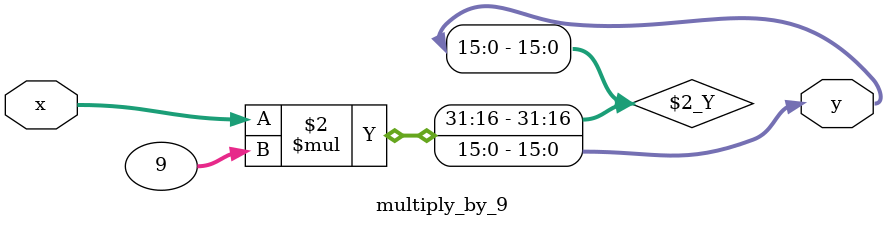
<source format=v>
`timescale 1ns / 1ps

module multiply_by_9(
    input [7:0] x,
    output reg [15:0] y
    );
    
    always @(*) begin
        y = x * 9;
    end
endmodule
</source>
